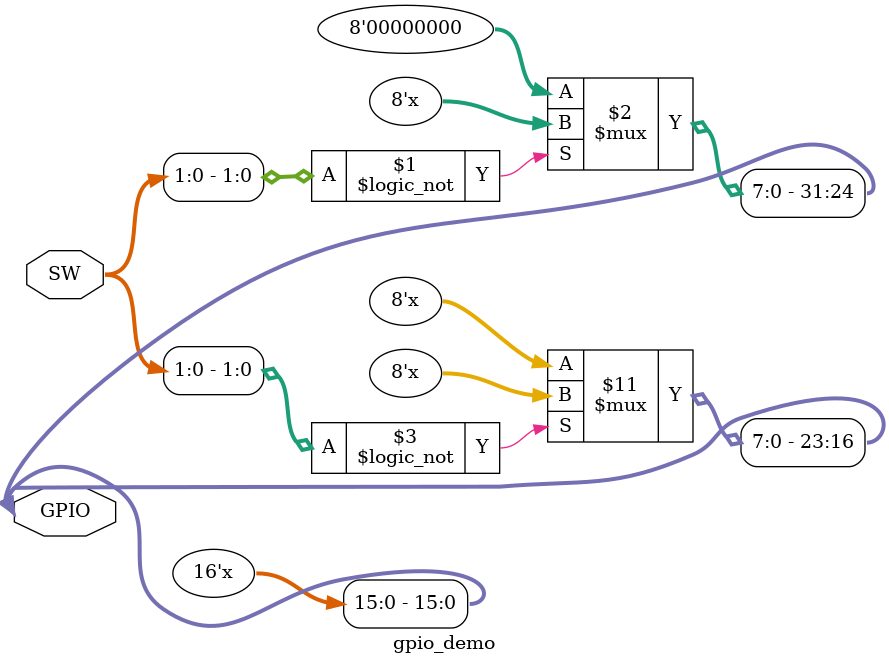
<source format=v>

`default_nettype none

module gpio_demo (SW, GPIO);
    input  wire [ 9: 0] SW;         // DE-series switches
    inout  wire [31: 0] GPIO;       // DE-series 40-pin header


    assign GPIO[31:24] = (SW[1:0] == 2'h0) ? GPIO[15: 8] : 8'h00;
    assign GPIO[23:16] = (SW[1:0] == 2'h0) ? GPIO[ 7: 0] : 
                         (SW[1:0] == 2'h1) ? GPIO[15: 8] | GPIO[ 7: 0] : 
                         (SW[1:0] == 2'h2) ? GPIO[15: 8] & GPIO[ 7: 0] : 
                                             GPIO[15: 8] ^ GPIO[ 7: 0];
    assign GPIO[15: 0] = 16'hZZZZ;

endmodule


</source>
